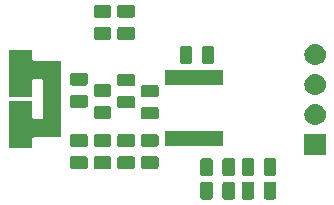
<source format=gbr>
G04 #@! TF.GenerationSoftware,KiCad,Pcbnew,(5.1.4)-1*
G04 #@! TF.CreationDate,2019-11-14T00:10:30-06:00*
G04 #@! TF.ProjectId,USB_Serial,5553425f-5365-4726-9961-6c2e6b696361,rev?*
G04 #@! TF.SameCoordinates,Original*
G04 #@! TF.FileFunction,Soldermask,Top*
G04 #@! TF.FilePolarity,Negative*
%FSLAX46Y46*%
G04 Gerber Fmt 4.6, Leading zero omitted, Abs format (unit mm)*
G04 Created by KiCad (PCBNEW (5.1.4)-1) date 2019-11-14 00:10:30*
%MOMM*%
%LPD*%
G04 APERTURE LIST*
%ADD10C,0.100000*%
G04 APERTURE END LIST*
D10*
G36*
X167059468Y-79753565D02*
G01*
X167098138Y-79765296D01*
X167133777Y-79784346D01*
X167165017Y-79809983D01*
X167190654Y-79841223D01*
X167209704Y-79876862D01*
X167221435Y-79915532D01*
X167226000Y-79961888D01*
X167226000Y-81038112D01*
X167221435Y-81084468D01*
X167209704Y-81123138D01*
X167190654Y-81158777D01*
X167165017Y-81190017D01*
X167133777Y-81215654D01*
X167098138Y-81234704D01*
X167059468Y-81246435D01*
X167013112Y-81251000D01*
X166361888Y-81251000D01*
X166315532Y-81246435D01*
X166276862Y-81234704D01*
X166241223Y-81215654D01*
X166209983Y-81190017D01*
X166184346Y-81158777D01*
X166165296Y-81123138D01*
X166153565Y-81084468D01*
X166149000Y-81038112D01*
X166149000Y-79961888D01*
X166153565Y-79915532D01*
X166165296Y-79876862D01*
X166184346Y-79841223D01*
X166209983Y-79809983D01*
X166241223Y-79784346D01*
X166276862Y-79765296D01*
X166315532Y-79753565D01*
X166361888Y-79749000D01*
X167013112Y-79749000D01*
X167059468Y-79753565D01*
X167059468Y-79753565D01*
G37*
G36*
X163559468Y-79753565D02*
G01*
X163598138Y-79765296D01*
X163633777Y-79784346D01*
X163665017Y-79809983D01*
X163690654Y-79841223D01*
X163709704Y-79876862D01*
X163721435Y-79915532D01*
X163726000Y-79961888D01*
X163726000Y-81038112D01*
X163721435Y-81084468D01*
X163709704Y-81123138D01*
X163690654Y-81158777D01*
X163665017Y-81190017D01*
X163633777Y-81215654D01*
X163598138Y-81234704D01*
X163559468Y-81246435D01*
X163513112Y-81251000D01*
X162861888Y-81251000D01*
X162815532Y-81246435D01*
X162776862Y-81234704D01*
X162741223Y-81215654D01*
X162709983Y-81190017D01*
X162684346Y-81158777D01*
X162665296Y-81123138D01*
X162653565Y-81084468D01*
X162649000Y-81038112D01*
X162649000Y-79961888D01*
X162653565Y-79915532D01*
X162665296Y-79876862D01*
X162684346Y-79841223D01*
X162709983Y-79809983D01*
X162741223Y-79784346D01*
X162776862Y-79765296D01*
X162815532Y-79753565D01*
X162861888Y-79749000D01*
X163513112Y-79749000D01*
X163559468Y-79753565D01*
X163559468Y-79753565D01*
G37*
G36*
X161684468Y-79753565D02*
G01*
X161723138Y-79765296D01*
X161758777Y-79784346D01*
X161790017Y-79809983D01*
X161815654Y-79841223D01*
X161834704Y-79876862D01*
X161846435Y-79915532D01*
X161851000Y-79961888D01*
X161851000Y-81038112D01*
X161846435Y-81084468D01*
X161834704Y-81123138D01*
X161815654Y-81158777D01*
X161790017Y-81190017D01*
X161758777Y-81215654D01*
X161723138Y-81234704D01*
X161684468Y-81246435D01*
X161638112Y-81251000D01*
X160986888Y-81251000D01*
X160940532Y-81246435D01*
X160901862Y-81234704D01*
X160866223Y-81215654D01*
X160834983Y-81190017D01*
X160809346Y-81158777D01*
X160790296Y-81123138D01*
X160778565Y-81084468D01*
X160774000Y-81038112D01*
X160774000Y-79961888D01*
X160778565Y-79915532D01*
X160790296Y-79876862D01*
X160809346Y-79841223D01*
X160834983Y-79809983D01*
X160866223Y-79784346D01*
X160901862Y-79765296D01*
X160940532Y-79753565D01*
X160986888Y-79749000D01*
X161638112Y-79749000D01*
X161684468Y-79753565D01*
X161684468Y-79753565D01*
G37*
G36*
X165184468Y-79753565D02*
G01*
X165223138Y-79765296D01*
X165258777Y-79784346D01*
X165290017Y-79809983D01*
X165315654Y-79841223D01*
X165334704Y-79876862D01*
X165346435Y-79915532D01*
X165351000Y-79961888D01*
X165351000Y-81038112D01*
X165346435Y-81084468D01*
X165334704Y-81123138D01*
X165315654Y-81158777D01*
X165290017Y-81190017D01*
X165258777Y-81215654D01*
X165223138Y-81234704D01*
X165184468Y-81246435D01*
X165138112Y-81251000D01*
X164486888Y-81251000D01*
X164440532Y-81246435D01*
X164401862Y-81234704D01*
X164366223Y-81215654D01*
X164334983Y-81190017D01*
X164309346Y-81158777D01*
X164290296Y-81123138D01*
X164278565Y-81084468D01*
X164274000Y-81038112D01*
X164274000Y-79961888D01*
X164278565Y-79915532D01*
X164290296Y-79876862D01*
X164309346Y-79841223D01*
X164334983Y-79809983D01*
X164366223Y-79784346D01*
X164401862Y-79765296D01*
X164440532Y-79753565D01*
X164486888Y-79749000D01*
X165138112Y-79749000D01*
X165184468Y-79753565D01*
X165184468Y-79753565D01*
G37*
G36*
X161684468Y-77753565D02*
G01*
X161723138Y-77765296D01*
X161758777Y-77784346D01*
X161790017Y-77809983D01*
X161815654Y-77841223D01*
X161834704Y-77876862D01*
X161846435Y-77915532D01*
X161851000Y-77961888D01*
X161851000Y-79038112D01*
X161846435Y-79084468D01*
X161834704Y-79123138D01*
X161815654Y-79158777D01*
X161790017Y-79190017D01*
X161758777Y-79215654D01*
X161723138Y-79234704D01*
X161684468Y-79246435D01*
X161638112Y-79251000D01*
X160986888Y-79251000D01*
X160940532Y-79246435D01*
X160901862Y-79234704D01*
X160866223Y-79215654D01*
X160834983Y-79190017D01*
X160809346Y-79158777D01*
X160790296Y-79123138D01*
X160778565Y-79084468D01*
X160774000Y-79038112D01*
X160774000Y-77961888D01*
X160778565Y-77915532D01*
X160790296Y-77876862D01*
X160809346Y-77841223D01*
X160834983Y-77809983D01*
X160866223Y-77784346D01*
X160901862Y-77765296D01*
X160940532Y-77753565D01*
X160986888Y-77749000D01*
X161638112Y-77749000D01*
X161684468Y-77753565D01*
X161684468Y-77753565D01*
G37*
G36*
X167059468Y-77753565D02*
G01*
X167098138Y-77765296D01*
X167133777Y-77784346D01*
X167165017Y-77809983D01*
X167190654Y-77841223D01*
X167209704Y-77876862D01*
X167221435Y-77915532D01*
X167226000Y-77961888D01*
X167226000Y-79038112D01*
X167221435Y-79084468D01*
X167209704Y-79123138D01*
X167190654Y-79158777D01*
X167165017Y-79190017D01*
X167133777Y-79215654D01*
X167098138Y-79234704D01*
X167059468Y-79246435D01*
X167013112Y-79251000D01*
X166361888Y-79251000D01*
X166315532Y-79246435D01*
X166276862Y-79234704D01*
X166241223Y-79215654D01*
X166209983Y-79190017D01*
X166184346Y-79158777D01*
X166165296Y-79123138D01*
X166153565Y-79084468D01*
X166149000Y-79038112D01*
X166149000Y-77961888D01*
X166153565Y-77915532D01*
X166165296Y-77876862D01*
X166184346Y-77841223D01*
X166209983Y-77809983D01*
X166241223Y-77784346D01*
X166276862Y-77765296D01*
X166315532Y-77753565D01*
X166361888Y-77749000D01*
X167013112Y-77749000D01*
X167059468Y-77753565D01*
X167059468Y-77753565D01*
G37*
G36*
X165184468Y-77753565D02*
G01*
X165223138Y-77765296D01*
X165258777Y-77784346D01*
X165290017Y-77809983D01*
X165315654Y-77841223D01*
X165334704Y-77876862D01*
X165346435Y-77915532D01*
X165351000Y-77961888D01*
X165351000Y-79038112D01*
X165346435Y-79084468D01*
X165334704Y-79123138D01*
X165315654Y-79158777D01*
X165290017Y-79190017D01*
X165258777Y-79215654D01*
X165223138Y-79234704D01*
X165184468Y-79246435D01*
X165138112Y-79251000D01*
X164486888Y-79251000D01*
X164440532Y-79246435D01*
X164401862Y-79234704D01*
X164366223Y-79215654D01*
X164334983Y-79190017D01*
X164309346Y-79158777D01*
X164290296Y-79123138D01*
X164278565Y-79084468D01*
X164274000Y-79038112D01*
X164274000Y-77961888D01*
X164278565Y-77915532D01*
X164290296Y-77876862D01*
X164309346Y-77841223D01*
X164334983Y-77809983D01*
X164366223Y-77784346D01*
X164401862Y-77765296D01*
X164440532Y-77753565D01*
X164486888Y-77749000D01*
X165138112Y-77749000D01*
X165184468Y-77753565D01*
X165184468Y-77753565D01*
G37*
G36*
X163559468Y-77753565D02*
G01*
X163598138Y-77765296D01*
X163633777Y-77784346D01*
X163665017Y-77809983D01*
X163690654Y-77841223D01*
X163709704Y-77876862D01*
X163721435Y-77915532D01*
X163726000Y-77961888D01*
X163726000Y-79038112D01*
X163721435Y-79084468D01*
X163709704Y-79123138D01*
X163690654Y-79158777D01*
X163665017Y-79190017D01*
X163633777Y-79215654D01*
X163598138Y-79234704D01*
X163559468Y-79246435D01*
X163513112Y-79251000D01*
X162861888Y-79251000D01*
X162815532Y-79246435D01*
X162776862Y-79234704D01*
X162741223Y-79215654D01*
X162709983Y-79190017D01*
X162684346Y-79158777D01*
X162665296Y-79123138D01*
X162653565Y-79084468D01*
X162649000Y-79038112D01*
X162649000Y-77961888D01*
X162653565Y-77915532D01*
X162665296Y-77876862D01*
X162684346Y-77841223D01*
X162709983Y-77809983D01*
X162741223Y-77784346D01*
X162776862Y-77765296D01*
X162815532Y-77753565D01*
X162861888Y-77749000D01*
X163513112Y-77749000D01*
X163559468Y-77753565D01*
X163559468Y-77753565D01*
G37*
G36*
X157084468Y-77591065D02*
G01*
X157123138Y-77602796D01*
X157158777Y-77621846D01*
X157190017Y-77647483D01*
X157215654Y-77678723D01*
X157234704Y-77714362D01*
X157246435Y-77753032D01*
X157251000Y-77799388D01*
X157251000Y-78450612D01*
X157246435Y-78496968D01*
X157234704Y-78535638D01*
X157215654Y-78571277D01*
X157190017Y-78602517D01*
X157158777Y-78628154D01*
X157123138Y-78647204D01*
X157084468Y-78658935D01*
X157038112Y-78663500D01*
X155961888Y-78663500D01*
X155915532Y-78658935D01*
X155876862Y-78647204D01*
X155841223Y-78628154D01*
X155809983Y-78602517D01*
X155784346Y-78571277D01*
X155765296Y-78535638D01*
X155753565Y-78496968D01*
X155749000Y-78450612D01*
X155749000Y-77799388D01*
X155753565Y-77753032D01*
X155765296Y-77714362D01*
X155784346Y-77678723D01*
X155809983Y-77647483D01*
X155841223Y-77621846D01*
X155876862Y-77602796D01*
X155915532Y-77591065D01*
X155961888Y-77586500D01*
X157038112Y-77586500D01*
X157084468Y-77591065D01*
X157084468Y-77591065D01*
G37*
G36*
X153084468Y-77591065D02*
G01*
X153123138Y-77602796D01*
X153158777Y-77621846D01*
X153190017Y-77647483D01*
X153215654Y-77678723D01*
X153234704Y-77714362D01*
X153246435Y-77753032D01*
X153251000Y-77799388D01*
X153251000Y-78450612D01*
X153246435Y-78496968D01*
X153234704Y-78535638D01*
X153215654Y-78571277D01*
X153190017Y-78602517D01*
X153158777Y-78628154D01*
X153123138Y-78647204D01*
X153084468Y-78658935D01*
X153038112Y-78663500D01*
X151961888Y-78663500D01*
X151915532Y-78658935D01*
X151876862Y-78647204D01*
X151841223Y-78628154D01*
X151809983Y-78602517D01*
X151784346Y-78571277D01*
X151765296Y-78535638D01*
X151753565Y-78496968D01*
X151749000Y-78450612D01*
X151749000Y-77799388D01*
X151753565Y-77753032D01*
X151765296Y-77714362D01*
X151784346Y-77678723D01*
X151809983Y-77647483D01*
X151841223Y-77621846D01*
X151876862Y-77602796D01*
X151915532Y-77591065D01*
X151961888Y-77586500D01*
X153038112Y-77586500D01*
X153084468Y-77591065D01*
X153084468Y-77591065D01*
G37*
G36*
X151084468Y-77591065D02*
G01*
X151123138Y-77602796D01*
X151158777Y-77621846D01*
X151190017Y-77647483D01*
X151215654Y-77678723D01*
X151234704Y-77714362D01*
X151246435Y-77753032D01*
X151251000Y-77799388D01*
X151251000Y-78450612D01*
X151246435Y-78496968D01*
X151234704Y-78535638D01*
X151215654Y-78571277D01*
X151190017Y-78602517D01*
X151158777Y-78628154D01*
X151123138Y-78647204D01*
X151084468Y-78658935D01*
X151038112Y-78663500D01*
X149961888Y-78663500D01*
X149915532Y-78658935D01*
X149876862Y-78647204D01*
X149841223Y-78628154D01*
X149809983Y-78602517D01*
X149784346Y-78571277D01*
X149765296Y-78535638D01*
X149753565Y-78496968D01*
X149749000Y-78450612D01*
X149749000Y-77799388D01*
X149753565Y-77753032D01*
X149765296Y-77714362D01*
X149784346Y-77678723D01*
X149809983Y-77647483D01*
X149841223Y-77621846D01*
X149876862Y-77602796D01*
X149915532Y-77591065D01*
X149961888Y-77586500D01*
X151038112Y-77586500D01*
X151084468Y-77591065D01*
X151084468Y-77591065D01*
G37*
G36*
X155084468Y-77591065D02*
G01*
X155123138Y-77602796D01*
X155158777Y-77621846D01*
X155190017Y-77647483D01*
X155215654Y-77678723D01*
X155234704Y-77714362D01*
X155246435Y-77753032D01*
X155251000Y-77799388D01*
X155251000Y-78450612D01*
X155246435Y-78496968D01*
X155234704Y-78535638D01*
X155215654Y-78571277D01*
X155190017Y-78602517D01*
X155158777Y-78628154D01*
X155123138Y-78647204D01*
X155084468Y-78658935D01*
X155038112Y-78663500D01*
X153961888Y-78663500D01*
X153915532Y-78658935D01*
X153876862Y-78647204D01*
X153841223Y-78628154D01*
X153809983Y-78602517D01*
X153784346Y-78571277D01*
X153765296Y-78535638D01*
X153753565Y-78496968D01*
X153749000Y-78450612D01*
X153749000Y-77799388D01*
X153753565Y-77753032D01*
X153765296Y-77714362D01*
X153784346Y-77678723D01*
X153809983Y-77647483D01*
X153841223Y-77621846D01*
X153876862Y-77602796D01*
X153915532Y-77591065D01*
X153961888Y-77586500D01*
X155038112Y-77586500D01*
X155084468Y-77591065D01*
X155084468Y-77591065D01*
G37*
G36*
X171401000Y-77501000D02*
G01*
X169599000Y-77501000D01*
X169599000Y-75699000D01*
X171401000Y-75699000D01*
X171401000Y-77501000D01*
X171401000Y-77501000D01*
G37*
G36*
X146551000Y-69374001D02*
G01*
X146553402Y-69398387D01*
X146560515Y-69421836D01*
X146572066Y-69443447D01*
X146587611Y-69462389D01*
X146606553Y-69477934D01*
X146628164Y-69489485D01*
X146651613Y-69496598D01*
X146675999Y-69499000D01*
X148951000Y-69499000D01*
X148951000Y-76001000D01*
X146675999Y-76001000D01*
X146651613Y-76003402D01*
X146628164Y-76010515D01*
X146606553Y-76022066D01*
X146587611Y-76037611D01*
X146572066Y-76056553D01*
X146560515Y-76078164D01*
X146553402Y-76101613D01*
X146551000Y-76125999D01*
X146551000Y-76898500D01*
X144549000Y-76898500D01*
X144549000Y-72951500D01*
X146551000Y-72951500D01*
X146551000Y-74299001D01*
X146553402Y-74323387D01*
X146560515Y-74346836D01*
X146572066Y-74368447D01*
X146587611Y-74387389D01*
X146606553Y-74402934D01*
X146628164Y-74414485D01*
X146651613Y-74421598D01*
X146675999Y-74424000D01*
X147344001Y-74424000D01*
X147368387Y-74421598D01*
X147391836Y-74414485D01*
X147413447Y-74402934D01*
X147432389Y-74387389D01*
X147447934Y-74368447D01*
X147459485Y-74346836D01*
X147466598Y-74323387D01*
X147469000Y-74299001D01*
X147469000Y-71200999D01*
X147466598Y-71176613D01*
X147459485Y-71153164D01*
X147447934Y-71131553D01*
X147432389Y-71112611D01*
X147413447Y-71097066D01*
X147391836Y-71085515D01*
X147368387Y-71078402D01*
X147344001Y-71076000D01*
X146675999Y-71076000D01*
X146651613Y-71078402D01*
X146628164Y-71085515D01*
X146606553Y-71097066D01*
X146587611Y-71112611D01*
X146572066Y-71131553D01*
X146560515Y-71153164D01*
X146553402Y-71176613D01*
X146551000Y-71200999D01*
X146551000Y-72548500D01*
X144549000Y-72548500D01*
X144549000Y-68601500D01*
X146551000Y-68601500D01*
X146551000Y-69374001D01*
X146551000Y-69374001D01*
G37*
G36*
X157084468Y-75716065D02*
G01*
X157123138Y-75727796D01*
X157158777Y-75746846D01*
X157190017Y-75772483D01*
X157215654Y-75803723D01*
X157234704Y-75839362D01*
X157246435Y-75878032D01*
X157251000Y-75924388D01*
X157251000Y-76575612D01*
X157246435Y-76621968D01*
X157234704Y-76660638D01*
X157215654Y-76696277D01*
X157190017Y-76727517D01*
X157158777Y-76753154D01*
X157123138Y-76772204D01*
X157084468Y-76783935D01*
X157038112Y-76788500D01*
X155961888Y-76788500D01*
X155915532Y-76783935D01*
X155876862Y-76772204D01*
X155841223Y-76753154D01*
X155809983Y-76727517D01*
X155784346Y-76696277D01*
X155765296Y-76660638D01*
X155753565Y-76621968D01*
X155749000Y-76575612D01*
X155749000Y-75924388D01*
X155753565Y-75878032D01*
X155765296Y-75839362D01*
X155784346Y-75803723D01*
X155809983Y-75772483D01*
X155841223Y-75746846D01*
X155876862Y-75727796D01*
X155915532Y-75716065D01*
X155961888Y-75711500D01*
X157038112Y-75711500D01*
X157084468Y-75716065D01*
X157084468Y-75716065D01*
G37*
G36*
X155084468Y-75716065D02*
G01*
X155123138Y-75727796D01*
X155158777Y-75746846D01*
X155190017Y-75772483D01*
X155215654Y-75803723D01*
X155234704Y-75839362D01*
X155246435Y-75878032D01*
X155251000Y-75924388D01*
X155251000Y-76575612D01*
X155246435Y-76621968D01*
X155234704Y-76660638D01*
X155215654Y-76696277D01*
X155190017Y-76727517D01*
X155158777Y-76753154D01*
X155123138Y-76772204D01*
X155084468Y-76783935D01*
X155038112Y-76788500D01*
X153961888Y-76788500D01*
X153915532Y-76783935D01*
X153876862Y-76772204D01*
X153841223Y-76753154D01*
X153809983Y-76727517D01*
X153784346Y-76696277D01*
X153765296Y-76660638D01*
X153753565Y-76621968D01*
X153749000Y-76575612D01*
X153749000Y-75924388D01*
X153753565Y-75878032D01*
X153765296Y-75839362D01*
X153784346Y-75803723D01*
X153809983Y-75772483D01*
X153841223Y-75746846D01*
X153876862Y-75727796D01*
X153915532Y-75716065D01*
X153961888Y-75711500D01*
X155038112Y-75711500D01*
X155084468Y-75716065D01*
X155084468Y-75716065D01*
G37*
G36*
X151084468Y-75716065D02*
G01*
X151123138Y-75727796D01*
X151158777Y-75746846D01*
X151190017Y-75772483D01*
X151215654Y-75803723D01*
X151234704Y-75839362D01*
X151246435Y-75878032D01*
X151251000Y-75924388D01*
X151251000Y-76575612D01*
X151246435Y-76621968D01*
X151234704Y-76660638D01*
X151215654Y-76696277D01*
X151190017Y-76727517D01*
X151158777Y-76753154D01*
X151123138Y-76772204D01*
X151084468Y-76783935D01*
X151038112Y-76788500D01*
X149961888Y-76788500D01*
X149915532Y-76783935D01*
X149876862Y-76772204D01*
X149841223Y-76753154D01*
X149809983Y-76727517D01*
X149784346Y-76696277D01*
X149765296Y-76660638D01*
X149753565Y-76621968D01*
X149749000Y-76575612D01*
X149749000Y-75924388D01*
X149753565Y-75878032D01*
X149765296Y-75839362D01*
X149784346Y-75803723D01*
X149809983Y-75772483D01*
X149841223Y-75746846D01*
X149876862Y-75727796D01*
X149915532Y-75716065D01*
X149961888Y-75711500D01*
X151038112Y-75711500D01*
X151084468Y-75716065D01*
X151084468Y-75716065D01*
G37*
G36*
X153084468Y-75716065D02*
G01*
X153123138Y-75727796D01*
X153158777Y-75746846D01*
X153190017Y-75772483D01*
X153215654Y-75803723D01*
X153234704Y-75839362D01*
X153246435Y-75878032D01*
X153251000Y-75924388D01*
X153251000Y-76575612D01*
X153246435Y-76621968D01*
X153234704Y-76660638D01*
X153215654Y-76696277D01*
X153190017Y-76727517D01*
X153158777Y-76753154D01*
X153123138Y-76772204D01*
X153084468Y-76783935D01*
X153038112Y-76788500D01*
X151961888Y-76788500D01*
X151915532Y-76783935D01*
X151876862Y-76772204D01*
X151841223Y-76753154D01*
X151809983Y-76727517D01*
X151784346Y-76696277D01*
X151765296Y-76660638D01*
X151753565Y-76621968D01*
X151749000Y-76575612D01*
X151749000Y-75924388D01*
X151753565Y-75878032D01*
X151765296Y-75839362D01*
X151784346Y-75803723D01*
X151809983Y-75772483D01*
X151841223Y-75746846D01*
X151876862Y-75727796D01*
X151915532Y-75716065D01*
X151961888Y-75711500D01*
X153038112Y-75711500D01*
X153084468Y-75716065D01*
X153084468Y-75716065D01*
G37*
G36*
X162723500Y-76751000D02*
G01*
X157776500Y-76751000D01*
X157776500Y-75449000D01*
X162723500Y-75449000D01*
X162723500Y-76751000D01*
X162723500Y-76751000D01*
G37*
G36*
X170610443Y-73165519D02*
G01*
X170676627Y-73172037D01*
X170846466Y-73223557D01*
X171002991Y-73307222D01*
X171020727Y-73321778D01*
X171140186Y-73419814D01*
X171208480Y-73503032D01*
X171252778Y-73557009D01*
X171336443Y-73713534D01*
X171387963Y-73883373D01*
X171405359Y-74060000D01*
X171387963Y-74236627D01*
X171336443Y-74406466D01*
X171252778Y-74562991D01*
X171223448Y-74598729D01*
X171140186Y-74700186D01*
X171038729Y-74783448D01*
X171002991Y-74812778D01*
X170846466Y-74896443D01*
X170676627Y-74947963D01*
X170610442Y-74954482D01*
X170544260Y-74961000D01*
X170455740Y-74961000D01*
X170389558Y-74954482D01*
X170323373Y-74947963D01*
X170153534Y-74896443D01*
X169997009Y-74812778D01*
X169961271Y-74783448D01*
X169859814Y-74700186D01*
X169776552Y-74598729D01*
X169747222Y-74562991D01*
X169663557Y-74406466D01*
X169612037Y-74236627D01*
X169594641Y-74060000D01*
X169612037Y-73883373D01*
X169663557Y-73713534D01*
X169747222Y-73557009D01*
X169791520Y-73503032D01*
X169859814Y-73419814D01*
X169979273Y-73321778D01*
X169997009Y-73307222D01*
X170153534Y-73223557D01*
X170323373Y-73172037D01*
X170389557Y-73165519D01*
X170455740Y-73159000D01*
X170544260Y-73159000D01*
X170610443Y-73165519D01*
X170610443Y-73165519D01*
G37*
G36*
X157084468Y-73403565D02*
G01*
X157123138Y-73415296D01*
X157158777Y-73434346D01*
X157190017Y-73459983D01*
X157215654Y-73491223D01*
X157234704Y-73526862D01*
X157246435Y-73565532D01*
X157251000Y-73611888D01*
X157251000Y-74263112D01*
X157246435Y-74309468D01*
X157234704Y-74348138D01*
X157215654Y-74383777D01*
X157190017Y-74415017D01*
X157158777Y-74440654D01*
X157123138Y-74459704D01*
X157084468Y-74471435D01*
X157038112Y-74476000D01*
X155961888Y-74476000D01*
X155915532Y-74471435D01*
X155876862Y-74459704D01*
X155841223Y-74440654D01*
X155809983Y-74415017D01*
X155784346Y-74383777D01*
X155765296Y-74348138D01*
X155753565Y-74309468D01*
X155749000Y-74263112D01*
X155749000Y-73611888D01*
X155753565Y-73565532D01*
X155765296Y-73526862D01*
X155784346Y-73491223D01*
X155809983Y-73459983D01*
X155841223Y-73434346D01*
X155876862Y-73415296D01*
X155915532Y-73403565D01*
X155961888Y-73399000D01*
X157038112Y-73399000D01*
X157084468Y-73403565D01*
X157084468Y-73403565D01*
G37*
G36*
X153084468Y-73341065D02*
G01*
X153123138Y-73352796D01*
X153158777Y-73371846D01*
X153190017Y-73397483D01*
X153215654Y-73428723D01*
X153234704Y-73464362D01*
X153246435Y-73503032D01*
X153251000Y-73549388D01*
X153251000Y-74200612D01*
X153246435Y-74246968D01*
X153234704Y-74285638D01*
X153215654Y-74321277D01*
X153190017Y-74352517D01*
X153158777Y-74378154D01*
X153123138Y-74397204D01*
X153084468Y-74408935D01*
X153038112Y-74413500D01*
X151961888Y-74413500D01*
X151915532Y-74408935D01*
X151876862Y-74397204D01*
X151841223Y-74378154D01*
X151809983Y-74352517D01*
X151784346Y-74321277D01*
X151765296Y-74285638D01*
X151753565Y-74246968D01*
X151749000Y-74200612D01*
X151749000Y-73549388D01*
X151753565Y-73503032D01*
X151765296Y-73464362D01*
X151784346Y-73428723D01*
X151809983Y-73397483D01*
X151841223Y-73371846D01*
X151876862Y-73352796D01*
X151915532Y-73341065D01*
X151961888Y-73336500D01*
X153038112Y-73336500D01*
X153084468Y-73341065D01*
X153084468Y-73341065D01*
G37*
G36*
X155084468Y-72466065D02*
G01*
X155123138Y-72477796D01*
X155158777Y-72496846D01*
X155190017Y-72522483D01*
X155215654Y-72553723D01*
X155234704Y-72589362D01*
X155246435Y-72628032D01*
X155251000Y-72674388D01*
X155251000Y-73325612D01*
X155246435Y-73371968D01*
X155234704Y-73410638D01*
X155215654Y-73446277D01*
X155190017Y-73477517D01*
X155158777Y-73503154D01*
X155123138Y-73522204D01*
X155084468Y-73533935D01*
X155038112Y-73538500D01*
X153961888Y-73538500D01*
X153915532Y-73533935D01*
X153876862Y-73522204D01*
X153841223Y-73503154D01*
X153809983Y-73477517D01*
X153784346Y-73446277D01*
X153765296Y-73410638D01*
X153753565Y-73371968D01*
X153749000Y-73325612D01*
X153749000Y-72674388D01*
X153753565Y-72628032D01*
X153765296Y-72589362D01*
X153784346Y-72553723D01*
X153809983Y-72522483D01*
X153841223Y-72496846D01*
X153876862Y-72477796D01*
X153915532Y-72466065D01*
X153961888Y-72461500D01*
X155038112Y-72461500D01*
X155084468Y-72466065D01*
X155084468Y-72466065D01*
G37*
G36*
X151084468Y-72403565D02*
G01*
X151123138Y-72415296D01*
X151158777Y-72434346D01*
X151190017Y-72459983D01*
X151215654Y-72491223D01*
X151234704Y-72526862D01*
X151246435Y-72565532D01*
X151251000Y-72611888D01*
X151251000Y-73263112D01*
X151246435Y-73309468D01*
X151234704Y-73348138D01*
X151215654Y-73383777D01*
X151190017Y-73415017D01*
X151158777Y-73440654D01*
X151123138Y-73459704D01*
X151084468Y-73471435D01*
X151038112Y-73476000D01*
X149961888Y-73476000D01*
X149915532Y-73471435D01*
X149876862Y-73459704D01*
X149841223Y-73440654D01*
X149809983Y-73415017D01*
X149784346Y-73383777D01*
X149765296Y-73348138D01*
X149753565Y-73309468D01*
X149749000Y-73263112D01*
X149749000Y-72611888D01*
X149753565Y-72565532D01*
X149765296Y-72526862D01*
X149784346Y-72491223D01*
X149809983Y-72459983D01*
X149841223Y-72434346D01*
X149876862Y-72415296D01*
X149915532Y-72403565D01*
X149961888Y-72399000D01*
X151038112Y-72399000D01*
X151084468Y-72403565D01*
X151084468Y-72403565D01*
G37*
G36*
X157084468Y-71528565D02*
G01*
X157123138Y-71540296D01*
X157158777Y-71559346D01*
X157190017Y-71584983D01*
X157215654Y-71616223D01*
X157234704Y-71651862D01*
X157246435Y-71690532D01*
X157251000Y-71736888D01*
X157251000Y-72388112D01*
X157246435Y-72434468D01*
X157234704Y-72473138D01*
X157215654Y-72508777D01*
X157190017Y-72540017D01*
X157158777Y-72565654D01*
X157123138Y-72584704D01*
X157084468Y-72596435D01*
X157038112Y-72601000D01*
X155961888Y-72601000D01*
X155915532Y-72596435D01*
X155876862Y-72584704D01*
X155841223Y-72565654D01*
X155809983Y-72540017D01*
X155784346Y-72508777D01*
X155765296Y-72473138D01*
X155753565Y-72434468D01*
X155749000Y-72388112D01*
X155749000Y-71736888D01*
X155753565Y-71690532D01*
X155765296Y-71651862D01*
X155784346Y-71616223D01*
X155809983Y-71584983D01*
X155841223Y-71559346D01*
X155876862Y-71540296D01*
X155915532Y-71528565D01*
X155961888Y-71524000D01*
X157038112Y-71524000D01*
X157084468Y-71528565D01*
X157084468Y-71528565D01*
G37*
G36*
X153084468Y-71466065D02*
G01*
X153123138Y-71477796D01*
X153158777Y-71496846D01*
X153190017Y-71522483D01*
X153215654Y-71553723D01*
X153234704Y-71589362D01*
X153246435Y-71628032D01*
X153251000Y-71674388D01*
X153251000Y-72325612D01*
X153246435Y-72371968D01*
X153234704Y-72410638D01*
X153215654Y-72446277D01*
X153190017Y-72477517D01*
X153158777Y-72503154D01*
X153123138Y-72522204D01*
X153084468Y-72533935D01*
X153038112Y-72538500D01*
X151961888Y-72538500D01*
X151915532Y-72533935D01*
X151876862Y-72522204D01*
X151841223Y-72503154D01*
X151809983Y-72477517D01*
X151784346Y-72446277D01*
X151765296Y-72410638D01*
X151753565Y-72371968D01*
X151749000Y-72325612D01*
X151749000Y-71674388D01*
X151753565Y-71628032D01*
X151765296Y-71589362D01*
X151784346Y-71553723D01*
X151809983Y-71522483D01*
X151841223Y-71496846D01*
X151876862Y-71477796D01*
X151915532Y-71466065D01*
X151961888Y-71461500D01*
X153038112Y-71461500D01*
X153084468Y-71466065D01*
X153084468Y-71466065D01*
G37*
G36*
X170610443Y-70625519D02*
G01*
X170676627Y-70632037D01*
X170846466Y-70683557D01*
X171002991Y-70767222D01*
X171034706Y-70793250D01*
X171140186Y-70879814D01*
X171223448Y-70981271D01*
X171252778Y-71017009D01*
X171336443Y-71173534D01*
X171387963Y-71343373D01*
X171405359Y-71520000D01*
X171387963Y-71696627D01*
X171336443Y-71866466D01*
X171252778Y-72022991D01*
X171223448Y-72058729D01*
X171140186Y-72160186D01*
X171038729Y-72243448D01*
X171002991Y-72272778D01*
X170846466Y-72356443D01*
X170676627Y-72407963D01*
X170610442Y-72414482D01*
X170544260Y-72421000D01*
X170455740Y-72421000D01*
X170389558Y-72414482D01*
X170323373Y-72407963D01*
X170153534Y-72356443D01*
X169997009Y-72272778D01*
X169961271Y-72243448D01*
X169859814Y-72160186D01*
X169776552Y-72058729D01*
X169747222Y-72022991D01*
X169663557Y-71866466D01*
X169612037Y-71696627D01*
X169594641Y-71520000D01*
X169612037Y-71343373D01*
X169663557Y-71173534D01*
X169747222Y-71017009D01*
X169776552Y-70981271D01*
X169859814Y-70879814D01*
X169965294Y-70793250D01*
X169997009Y-70767222D01*
X170153534Y-70683557D01*
X170323373Y-70632037D01*
X170389557Y-70625519D01*
X170455740Y-70619000D01*
X170544260Y-70619000D01*
X170610443Y-70625519D01*
X170610443Y-70625519D01*
G37*
G36*
X155084468Y-70591065D02*
G01*
X155123138Y-70602796D01*
X155158777Y-70621846D01*
X155190017Y-70647483D01*
X155215654Y-70678723D01*
X155234704Y-70714362D01*
X155246435Y-70753032D01*
X155251000Y-70799388D01*
X155251000Y-71450612D01*
X155246435Y-71496968D01*
X155234704Y-71535638D01*
X155215654Y-71571277D01*
X155190017Y-71602517D01*
X155158777Y-71628154D01*
X155123138Y-71647204D01*
X155084468Y-71658935D01*
X155038112Y-71663500D01*
X153961888Y-71663500D01*
X153915532Y-71658935D01*
X153876862Y-71647204D01*
X153841223Y-71628154D01*
X153809983Y-71602517D01*
X153784346Y-71571277D01*
X153765296Y-71535638D01*
X153753565Y-71496968D01*
X153749000Y-71450612D01*
X153749000Y-70799388D01*
X153753565Y-70753032D01*
X153765296Y-70714362D01*
X153784346Y-70678723D01*
X153809983Y-70647483D01*
X153841223Y-70621846D01*
X153876862Y-70602796D01*
X153915532Y-70591065D01*
X153961888Y-70586500D01*
X155038112Y-70586500D01*
X155084468Y-70591065D01*
X155084468Y-70591065D01*
G37*
G36*
X151084468Y-70528565D02*
G01*
X151123138Y-70540296D01*
X151158777Y-70559346D01*
X151190017Y-70584983D01*
X151215654Y-70616223D01*
X151234704Y-70651862D01*
X151246435Y-70690532D01*
X151251000Y-70736888D01*
X151251000Y-71388112D01*
X151246435Y-71434468D01*
X151234704Y-71473138D01*
X151215654Y-71508777D01*
X151190017Y-71540017D01*
X151158777Y-71565654D01*
X151123138Y-71584704D01*
X151084468Y-71596435D01*
X151038112Y-71601000D01*
X149961888Y-71601000D01*
X149915532Y-71596435D01*
X149876862Y-71584704D01*
X149841223Y-71565654D01*
X149809983Y-71540017D01*
X149784346Y-71508777D01*
X149765296Y-71473138D01*
X149753565Y-71434468D01*
X149749000Y-71388112D01*
X149749000Y-70736888D01*
X149753565Y-70690532D01*
X149765296Y-70651862D01*
X149784346Y-70616223D01*
X149809983Y-70584983D01*
X149841223Y-70559346D01*
X149876862Y-70540296D01*
X149915532Y-70528565D01*
X149961888Y-70524000D01*
X151038112Y-70524000D01*
X151084468Y-70528565D01*
X151084468Y-70528565D01*
G37*
G36*
X162723500Y-71551000D02*
G01*
X157776500Y-71551000D01*
X157776500Y-70249000D01*
X162723500Y-70249000D01*
X162723500Y-71551000D01*
X162723500Y-71551000D01*
G37*
G36*
X170610442Y-68085518D02*
G01*
X170676627Y-68092037D01*
X170846466Y-68143557D01*
X171002991Y-68227222D01*
X171029527Y-68249000D01*
X171140186Y-68339814D01*
X171202325Y-68415532D01*
X171252778Y-68477009D01*
X171336443Y-68633534D01*
X171387963Y-68803373D01*
X171405359Y-68980000D01*
X171387963Y-69156627D01*
X171336443Y-69326466D01*
X171252778Y-69482991D01*
X171223448Y-69518729D01*
X171140186Y-69620186D01*
X171055095Y-69690017D01*
X171002991Y-69732778D01*
X170846466Y-69816443D01*
X170676627Y-69867963D01*
X170610443Y-69874481D01*
X170544260Y-69881000D01*
X170455740Y-69881000D01*
X170389557Y-69874481D01*
X170323373Y-69867963D01*
X170153534Y-69816443D01*
X169997009Y-69732778D01*
X169944905Y-69690017D01*
X169859814Y-69620186D01*
X169776552Y-69518729D01*
X169747222Y-69482991D01*
X169663557Y-69326466D01*
X169612037Y-69156627D01*
X169594641Y-68980000D01*
X169612037Y-68803373D01*
X169663557Y-68633534D01*
X169747222Y-68477009D01*
X169797675Y-68415532D01*
X169859814Y-68339814D01*
X169970473Y-68249000D01*
X169997009Y-68227222D01*
X170153534Y-68143557D01*
X170323373Y-68092037D01*
X170389558Y-68085518D01*
X170455740Y-68079000D01*
X170544260Y-68079000D01*
X170610442Y-68085518D01*
X170610442Y-68085518D01*
G37*
G36*
X161809468Y-68253565D02*
G01*
X161848138Y-68265296D01*
X161883777Y-68284346D01*
X161915017Y-68309983D01*
X161940654Y-68341223D01*
X161959704Y-68376862D01*
X161971435Y-68415532D01*
X161976000Y-68461888D01*
X161976000Y-69538112D01*
X161971435Y-69584468D01*
X161959704Y-69623138D01*
X161940654Y-69658777D01*
X161915017Y-69690017D01*
X161883777Y-69715654D01*
X161848138Y-69734704D01*
X161809468Y-69746435D01*
X161763112Y-69751000D01*
X161111888Y-69751000D01*
X161065532Y-69746435D01*
X161026862Y-69734704D01*
X160991223Y-69715654D01*
X160959983Y-69690017D01*
X160934346Y-69658777D01*
X160915296Y-69623138D01*
X160903565Y-69584468D01*
X160899000Y-69538112D01*
X160899000Y-68461888D01*
X160903565Y-68415532D01*
X160915296Y-68376862D01*
X160934346Y-68341223D01*
X160959983Y-68309983D01*
X160991223Y-68284346D01*
X161026862Y-68265296D01*
X161065532Y-68253565D01*
X161111888Y-68249000D01*
X161763112Y-68249000D01*
X161809468Y-68253565D01*
X161809468Y-68253565D01*
G37*
G36*
X159934468Y-68253565D02*
G01*
X159973138Y-68265296D01*
X160008777Y-68284346D01*
X160040017Y-68309983D01*
X160065654Y-68341223D01*
X160084704Y-68376862D01*
X160096435Y-68415532D01*
X160101000Y-68461888D01*
X160101000Y-69538112D01*
X160096435Y-69584468D01*
X160084704Y-69623138D01*
X160065654Y-69658777D01*
X160040017Y-69690017D01*
X160008777Y-69715654D01*
X159973138Y-69734704D01*
X159934468Y-69746435D01*
X159888112Y-69751000D01*
X159236888Y-69751000D01*
X159190532Y-69746435D01*
X159151862Y-69734704D01*
X159116223Y-69715654D01*
X159084983Y-69690017D01*
X159059346Y-69658777D01*
X159040296Y-69623138D01*
X159028565Y-69584468D01*
X159024000Y-69538112D01*
X159024000Y-68461888D01*
X159028565Y-68415532D01*
X159040296Y-68376862D01*
X159059346Y-68341223D01*
X159084983Y-68309983D01*
X159116223Y-68284346D01*
X159151862Y-68265296D01*
X159190532Y-68253565D01*
X159236888Y-68249000D01*
X159888112Y-68249000D01*
X159934468Y-68253565D01*
X159934468Y-68253565D01*
G37*
G36*
X155084468Y-66653565D02*
G01*
X155123138Y-66665296D01*
X155158777Y-66684346D01*
X155190017Y-66709983D01*
X155215654Y-66741223D01*
X155234704Y-66776862D01*
X155246435Y-66815532D01*
X155251000Y-66861888D01*
X155251000Y-67513112D01*
X155246435Y-67559468D01*
X155234704Y-67598138D01*
X155215654Y-67633777D01*
X155190017Y-67665017D01*
X155158777Y-67690654D01*
X155123138Y-67709704D01*
X155084468Y-67721435D01*
X155038112Y-67726000D01*
X153961888Y-67726000D01*
X153915532Y-67721435D01*
X153876862Y-67709704D01*
X153841223Y-67690654D01*
X153809983Y-67665017D01*
X153784346Y-67633777D01*
X153765296Y-67598138D01*
X153753565Y-67559468D01*
X153749000Y-67513112D01*
X153749000Y-66861888D01*
X153753565Y-66815532D01*
X153765296Y-66776862D01*
X153784346Y-66741223D01*
X153809983Y-66709983D01*
X153841223Y-66684346D01*
X153876862Y-66665296D01*
X153915532Y-66653565D01*
X153961888Y-66649000D01*
X155038112Y-66649000D01*
X155084468Y-66653565D01*
X155084468Y-66653565D01*
G37*
G36*
X153084468Y-66653565D02*
G01*
X153123138Y-66665296D01*
X153158777Y-66684346D01*
X153190017Y-66709983D01*
X153215654Y-66741223D01*
X153234704Y-66776862D01*
X153246435Y-66815532D01*
X153251000Y-66861888D01*
X153251000Y-67513112D01*
X153246435Y-67559468D01*
X153234704Y-67598138D01*
X153215654Y-67633777D01*
X153190017Y-67665017D01*
X153158777Y-67690654D01*
X153123138Y-67709704D01*
X153084468Y-67721435D01*
X153038112Y-67726000D01*
X151961888Y-67726000D01*
X151915532Y-67721435D01*
X151876862Y-67709704D01*
X151841223Y-67690654D01*
X151809983Y-67665017D01*
X151784346Y-67633777D01*
X151765296Y-67598138D01*
X151753565Y-67559468D01*
X151749000Y-67513112D01*
X151749000Y-66861888D01*
X151753565Y-66815532D01*
X151765296Y-66776862D01*
X151784346Y-66741223D01*
X151809983Y-66709983D01*
X151841223Y-66684346D01*
X151876862Y-66665296D01*
X151915532Y-66653565D01*
X151961888Y-66649000D01*
X153038112Y-66649000D01*
X153084468Y-66653565D01*
X153084468Y-66653565D01*
G37*
G36*
X155084468Y-64778565D02*
G01*
X155123138Y-64790296D01*
X155158777Y-64809346D01*
X155190017Y-64834983D01*
X155215654Y-64866223D01*
X155234704Y-64901862D01*
X155246435Y-64940532D01*
X155251000Y-64986888D01*
X155251000Y-65638112D01*
X155246435Y-65684468D01*
X155234704Y-65723138D01*
X155215654Y-65758777D01*
X155190017Y-65790017D01*
X155158777Y-65815654D01*
X155123138Y-65834704D01*
X155084468Y-65846435D01*
X155038112Y-65851000D01*
X153961888Y-65851000D01*
X153915532Y-65846435D01*
X153876862Y-65834704D01*
X153841223Y-65815654D01*
X153809983Y-65790017D01*
X153784346Y-65758777D01*
X153765296Y-65723138D01*
X153753565Y-65684468D01*
X153749000Y-65638112D01*
X153749000Y-64986888D01*
X153753565Y-64940532D01*
X153765296Y-64901862D01*
X153784346Y-64866223D01*
X153809983Y-64834983D01*
X153841223Y-64809346D01*
X153876862Y-64790296D01*
X153915532Y-64778565D01*
X153961888Y-64774000D01*
X155038112Y-64774000D01*
X155084468Y-64778565D01*
X155084468Y-64778565D01*
G37*
G36*
X153084468Y-64778565D02*
G01*
X153123138Y-64790296D01*
X153158777Y-64809346D01*
X153190017Y-64834983D01*
X153215654Y-64866223D01*
X153234704Y-64901862D01*
X153246435Y-64940532D01*
X153251000Y-64986888D01*
X153251000Y-65638112D01*
X153246435Y-65684468D01*
X153234704Y-65723138D01*
X153215654Y-65758777D01*
X153190017Y-65790017D01*
X153158777Y-65815654D01*
X153123138Y-65834704D01*
X153084468Y-65846435D01*
X153038112Y-65851000D01*
X151961888Y-65851000D01*
X151915532Y-65846435D01*
X151876862Y-65834704D01*
X151841223Y-65815654D01*
X151809983Y-65790017D01*
X151784346Y-65758777D01*
X151765296Y-65723138D01*
X151753565Y-65684468D01*
X151749000Y-65638112D01*
X151749000Y-64986888D01*
X151753565Y-64940532D01*
X151765296Y-64901862D01*
X151784346Y-64866223D01*
X151809983Y-64834983D01*
X151841223Y-64809346D01*
X151876862Y-64790296D01*
X151915532Y-64778565D01*
X151961888Y-64774000D01*
X153038112Y-64774000D01*
X153084468Y-64778565D01*
X153084468Y-64778565D01*
G37*
M02*

</source>
